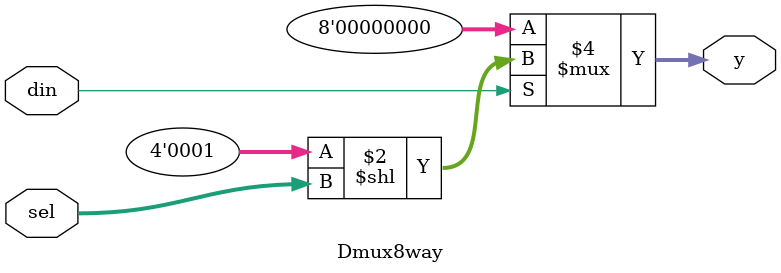
<source format=v>
`timescale 1ns / 1ps


module Dmux8way(
 input din,
 input [2:0] sel,
 output [7:0] y

    );
    
  assign y = (din == 1'b1) ? (4'b00000001 << sel) : 4'b00000000;
  
endmodule

</source>
